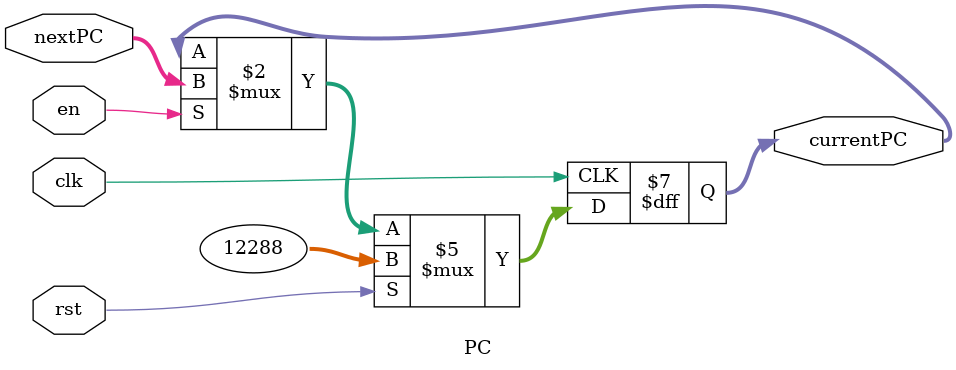
<source format=v>
`timescale 1ns / 1ps
module PC(
    input clk,
    input rst,
    input en,
    input [31:0] nextPC,
    output reg [31:0] currentPC
    );
	
	always@(posedge clk)
		begin
			if(rst)
				currentPC<=32'h0000_3000;
			else if(en)
				currentPC<=nextPC;
		end
		
endmodule

</source>
